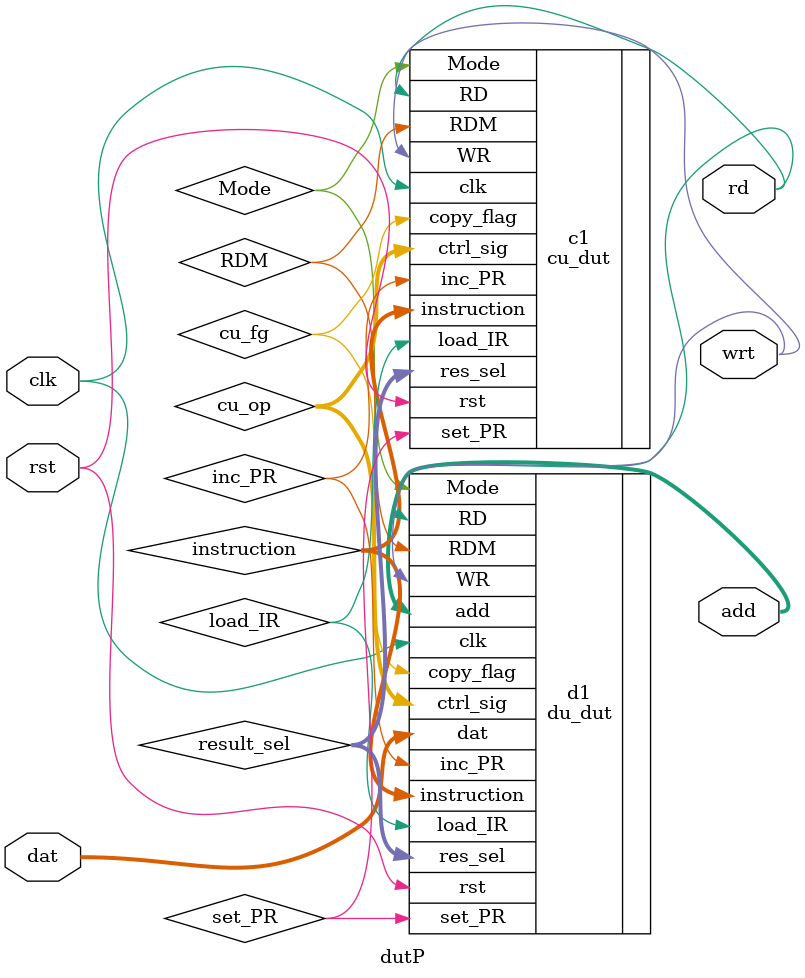
<source format=sv>

`timescale 1ns/10ps
module dutP(rst, clk, rd, wrt, add, dat);
input rst, clk;
output rd, wrt;
output [7:0]add;
inout [7:0] dat;

wire [3:0] cu_op;
wire [1:0] result_sel;
wire [7:0] instruction;

cu_dut c1(.res_sel(result_sel), .load_IR(load_IR), .set_PR(set_PR), .RD(rd), .WR(wrt), .RDM(RDM), .Mode(Mode), .copy_flag(cu_fg), .ctrl_sig(cu_op), .inc_PR(inc_PR), .clk(clk), .rst(rst), .instruction(instruction));


du_dut d1(.instruction(instruction), .add(add), .dat(dat), .RD(rd), .WR(wrt), .RDM(RDM), .inc_PR(inc_PR), .clk(clk), .rst(rst), .Mode(Mode), .set_PR(set_PR), .copy_flag(cu_fg), .ctrl_sig(cu_op), .load_IR(load_IR), .res_sel(result_sel));

endmodule 


</source>
